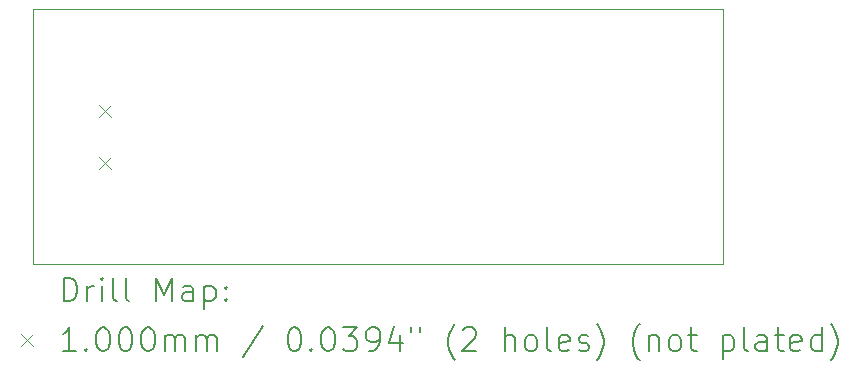
<source format=gbr>
%TF.GenerationSoftware,KiCad,Pcbnew,8.0.3*%
%TF.CreationDate,2024-06-24T13:26:42+02:00*%
%TF.ProjectId,LimbusZero,4c696d62-7573-45a6-9572-6f2e6b696361,v.0.1*%
%TF.SameCoordinates,Original*%
%TF.FileFunction,Drillmap*%
%TF.FilePolarity,Positive*%
%FSLAX45Y45*%
G04 Gerber Fmt 4.5, Leading zero omitted, Abs format (unit mm)*
G04 Created by KiCad (PCBNEW 8.0.3) date 2024-06-24 13:26:42*
%MOMM*%
%LPD*%
G01*
G04 APERTURE LIST*
%ADD10C,0.050000*%
%ADD11C,0.200000*%
%ADD12C,0.100000*%
G04 APERTURE END LIST*
D10*
X8128000Y-6413500D02*
X13970000Y-6413500D01*
X13970000Y-8572500D01*
X8128000Y-8572500D01*
X8128000Y-6413500D01*
D11*
D12*
X8687600Y-7223000D02*
X8787600Y-7323000D01*
X8787600Y-7223000D02*
X8687600Y-7323000D01*
X8687600Y-7663000D02*
X8787600Y-7763000D01*
X8787600Y-7663000D02*
X8687600Y-7763000D01*
D11*
X8386277Y-8886484D02*
X8386277Y-8686484D01*
X8386277Y-8686484D02*
X8433896Y-8686484D01*
X8433896Y-8686484D02*
X8462467Y-8696008D01*
X8462467Y-8696008D02*
X8481515Y-8715055D01*
X8481515Y-8715055D02*
X8491039Y-8734103D01*
X8491039Y-8734103D02*
X8500563Y-8772198D01*
X8500563Y-8772198D02*
X8500563Y-8800770D01*
X8500563Y-8800770D02*
X8491039Y-8838865D01*
X8491039Y-8838865D02*
X8481515Y-8857912D01*
X8481515Y-8857912D02*
X8462467Y-8876960D01*
X8462467Y-8876960D02*
X8433896Y-8886484D01*
X8433896Y-8886484D02*
X8386277Y-8886484D01*
X8586277Y-8886484D02*
X8586277Y-8753150D01*
X8586277Y-8791246D02*
X8595801Y-8772198D01*
X8595801Y-8772198D02*
X8605324Y-8762674D01*
X8605324Y-8762674D02*
X8624372Y-8753150D01*
X8624372Y-8753150D02*
X8643420Y-8753150D01*
X8710086Y-8886484D02*
X8710086Y-8753150D01*
X8710086Y-8686484D02*
X8700563Y-8696008D01*
X8700563Y-8696008D02*
X8710086Y-8705531D01*
X8710086Y-8705531D02*
X8719610Y-8696008D01*
X8719610Y-8696008D02*
X8710086Y-8686484D01*
X8710086Y-8686484D02*
X8710086Y-8705531D01*
X8833896Y-8886484D02*
X8814848Y-8876960D01*
X8814848Y-8876960D02*
X8805324Y-8857912D01*
X8805324Y-8857912D02*
X8805324Y-8686484D01*
X8938658Y-8886484D02*
X8919610Y-8876960D01*
X8919610Y-8876960D02*
X8910086Y-8857912D01*
X8910086Y-8857912D02*
X8910086Y-8686484D01*
X9167229Y-8886484D02*
X9167229Y-8686484D01*
X9167229Y-8686484D02*
X9233896Y-8829341D01*
X9233896Y-8829341D02*
X9300563Y-8686484D01*
X9300563Y-8686484D02*
X9300563Y-8886484D01*
X9481515Y-8886484D02*
X9481515Y-8781722D01*
X9481515Y-8781722D02*
X9471991Y-8762674D01*
X9471991Y-8762674D02*
X9452944Y-8753150D01*
X9452944Y-8753150D02*
X9414848Y-8753150D01*
X9414848Y-8753150D02*
X9395801Y-8762674D01*
X9481515Y-8876960D02*
X9462467Y-8886484D01*
X9462467Y-8886484D02*
X9414848Y-8886484D01*
X9414848Y-8886484D02*
X9395801Y-8876960D01*
X9395801Y-8876960D02*
X9386277Y-8857912D01*
X9386277Y-8857912D02*
X9386277Y-8838865D01*
X9386277Y-8838865D02*
X9395801Y-8819817D01*
X9395801Y-8819817D02*
X9414848Y-8810293D01*
X9414848Y-8810293D02*
X9462467Y-8810293D01*
X9462467Y-8810293D02*
X9481515Y-8800770D01*
X9576753Y-8753150D02*
X9576753Y-8953150D01*
X9576753Y-8762674D02*
X9595801Y-8753150D01*
X9595801Y-8753150D02*
X9633896Y-8753150D01*
X9633896Y-8753150D02*
X9652944Y-8762674D01*
X9652944Y-8762674D02*
X9662467Y-8772198D01*
X9662467Y-8772198D02*
X9671991Y-8791246D01*
X9671991Y-8791246D02*
X9671991Y-8848389D01*
X9671991Y-8848389D02*
X9662467Y-8867436D01*
X9662467Y-8867436D02*
X9652944Y-8876960D01*
X9652944Y-8876960D02*
X9633896Y-8886484D01*
X9633896Y-8886484D02*
X9595801Y-8886484D01*
X9595801Y-8886484D02*
X9576753Y-8876960D01*
X9757705Y-8867436D02*
X9767229Y-8876960D01*
X9767229Y-8876960D02*
X9757705Y-8886484D01*
X9757705Y-8886484D02*
X9748182Y-8876960D01*
X9748182Y-8876960D02*
X9757705Y-8867436D01*
X9757705Y-8867436D02*
X9757705Y-8886484D01*
X9757705Y-8762674D02*
X9767229Y-8772198D01*
X9767229Y-8772198D02*
X9757705Y-8781722D01*
X9757705Y-8781722D02*
X9748182Y-8772198D01*
X9748182Y-8772198D02*
X9757705Y-8762674D01*
X9757705Y-8762674D02*
X9757705Y-8781722D01*
D12*
X8025500Y-9165000D02*
X8125500Y-9265000D01*
X8125500Y-9165000D02*
X8025500Y-9265000D01*
D11*
X8491039Y-9306484D02*
X8376753Y-9306484D01*
X8433896Y-9306484D02*
X8433896Y-9106484D01*
X8433896Y-9106484D02*
X8414848Y-9135055D01*
X8414848Y-9135055D02*
X8395801Y-9154103D01*
X8395801Y-9154103D02*
X8376753Y-9163627D01*
X8576753Y-9287436D02*
X8586277Y-9296960D01*
X8586277Y-9296960D02*
X8576753Y-9306484D01*
X8576753Y-9306484D02*
X8567229Y-9296960D01*
X8567229Y-9296960D02*
X8576753Y-9287436D01*
X8576753Y-9287436D02*
X8576753Y-9306484D01*
X8710086Y-9106484D02*
X8729134Y-9106484D01*
X8729134Y-9106484D02*
X8748182Y-9116008D01*
X8748182Y-9116008D02*
X8757705Y-9125531D01*
X8757705Y-9125531D02*
X8767229Y-9144579D01*
X8767229Y-9144579D02*
X8776753Y-9182674D01*
X8776753Y-9182674D02*
X8776753Y-9230293D01*
X8776753Y-9230293D02*
X8767229Y-9268389D01*
X8767229Y-9268389D02*
X8757705Y-9287436D01*
X8757705Y-9287436D02*
X8748182Y-9296960D01*
X8748182Y-9296960D02*
X8729134Y-9306484D01*
X8729134Y-9306484D02*
X8710086Y-9306484D01*
X8710086Y-9306484D02*
X8691039Y-9296960D01*
X8691039Y-9296960D02*
X8681515Y-9287436D01*
X8681515Y-9287436D02*
X8671991Y-9268389D01*
X8671991Y-9268389D02*
X8662467Y-9230293D01*
X8662467Y-9230293D02*
X8662467Y-9182674D01*
X8662467Y-9182674D02*
X8671991Y-9144579D01*
X8671991Y-9144579D02*
X8681515Y-9125531D01*
X8681515Y-9125531D02*
X8691039Y-9116008D01*
X8691039Y-9116008D02*
X8710086Y-9106484D01*
X8900563Y-9106484D02*
X8919610Y-9106484D01*
X8919610Y-9106484D02*
X8938658Y-9116008D01*
X8938658Y-9116008D02*
X8948182Y-9125531D01*
X8948182Y-9125531D02*
X8957705Y-9144579D01*
X8957705Y-9144579D02*
X8967229Y-9182674D01*
X8967229Y-9182674D02*
X8967229Y-9230293D01*
X8967229Y-9230293D02*
X8957705Y-9268389D01*
X8957705Y-9268389D02*
X8948182Y-9287436D01*
X8948182Y-9287436D02*
X8938658Y-9296960D01*
X8938658Y-9296960D02*
X8919610Y-9306484D01*
X8919610Y-9306484D02*
X8900563Y-9306484D01*
X8900563Y-9306484D02*
X8881515Y-9296960D01*
X8881515Y-9296960D02*
X8871991Y-9287436D01*
X8871991Y-9287436D02*
X8862467Y-9268389D01*
X8862467Y-9268389D02*
X8852944Y-9230293D01*
X8852944Y-9230293D02*
X8852944Y-9182674D01*
X8852944Y-9182674D02*
X8862467Y-9144579D01*
X8862467Y-9144579D02*
X8871991Y-9125531D01*
X8871991Y-9125531D02*
X8881515Y-9116008D01*
X8881515Y-9116008D02*
X8900563Y-9106484D01*
X9091039Y-9106484D02*
X9110086Y-9106484D01*
X9110086Y-9106484D02*
X9129134Y-9116008D01*
X9129134Y-9116008D02*
X9138658Y-9125531D01*
X9138658Y-9125531D02*
X9148182Y-9144579D01*
X9148182Y-9144579D02*
X9157705Y-9182674D01*
X9157705Y-9182674D02*
X9157705Y-9230293D01*
X9157705Y-9230293D02*
X9148182Y-9268389D01*
X9148182Y-9268389D02*
X9138658Y-9287436D01*
X9138658Y-9287436D02*
X9129134Y-9296960D01*
X9129134Y-9296960D02*
X9110086Y-9306484D01*
X9110086Y-9306484D02*
X9091039Y-9306484D01*
X9091039Y-9306484D02*
X9071991Y-9296960D01*
X9071991Y-9296960D02*
X9062467Y-9287436D01*
X9062467Y-9287436D02*
X9052944Y-9268389D01*
X9052944Y-9268389D02*
X9043420Y-9230293D01*
X9043420Y-9230293D02*
X9043420Y-9182674D01*
X9043420Y-9182674D02*
X9052944Y-9144579D01*
X9052944Y-9144579D02*
X9062467Y-9125531D01*
X9062467Y-9125531D02*
X9071991Y-9116008D01*
X9071991Y-9116008D02*
X9091039Y-9106484D01*
X9243420Y-9306484D02*
X9243420Y-9173150D01*
X9243420Y-9192198D02*
X9252944Y-9182674D01*
X9252944Y-9182674D02*
X9271991Y-9173150D01*
X9271991Y-9173150D02*
X9300563Y-9173150D01*
X9300563Y-9173150D02*
X9319610Y-9182674D01*
X9319610Y-9182674D02*
X9329134Y-9201722D01*
X9329134Y-9201722D02*
X9329134Y-9306484D01*
X9329134Y-9201722D02*
X9338658Y-9182674D01*
X9338658Y-9182674D02*
X9357705Y-9173150D01*
X9357705Y-9173150D02*
X9386277Y-9173150D01*
X9386277Y-9173150D02*
X9405325Y-9182674D01*
X9405325Y-9182674D02*
X9414848Y-9201722D01*
X9414848Y-9201722D02*
X9414848Y-9306484D01*
X9510086Y-9306484D02*
X9510086Y-9173150D01*
X9510086Y-9192198D02*
X9519610Y-9182674D01*
X9519610Y-9182674D02*
X9538658Y-9173150D01*
X9538658Y-9173150D02*
X9567229Y-9173150D01*
X9567229Y-9173150D02*
X9586277Y-9182674D01*
X9586277Y-9182674D02*
X9595801Y-9201722D01*
X9595801Y-9201722D02*
X9595801Y-9306484D01*
X9595801Y-9201722D02*
X9605325Y-9182674D01*
X9605325Y-9182674D02*
X9624372Y-9173150D01*
X9624372Y-9173150D02*
X9652944Y-9173150D01*
X9652944Y-9173150D02*
X9671991Y-9182674D01*
X9671991Y-9182674D02*
X9681515Y-9201722D01*
X9681515Y-9201722D02*
X9681515Y-9306484D01*
X10071991Y-9096960D02*
X9900563Y-9354103D01*
X10329134Y-9106484D02*
X10348182Y-9106484D01*
X10348182Y-9106484D02*
X10367229Y-9116008D01*
X10367229Y-9116008D02*
X10376753Y-9125531D01*
X10376753Y-9125531D02*
X10386277Y-9144579D01*
X10386277Y-9144579D02*
X10395801Y-9182674D01*
X10395801Y-9182674D02*
X10395801Y-9230293D01*
X10395801Y-9230293D02*
X10386277Y-9268389D01*
X10386277Y-9268389D02*
X10376753Y-9287436D01*
X10376753Y-9287436D02*
X10367229Y-9296960D01*
X10367229Y-9296960D02*
X10348182Y-9306484D01*
X10348182Y-9306484D02*
X10329134Y-9306484D01*
X10329134Y-9306484D02*
X10310087Y-9296960D01*
X10310087Y-9296960D02*
X10300563Y-9287436D01*
X10300563Y-9287436D02*
X10291039Y-9268389D01*
X10291039Y-9268389D02*
X10281515Y-9230293D01*
X10281515Y-9230293D02*
X10281515Y-9182674D01*
X10281515Y-9182674D02*
X10291039Y-9144579D01*
X10291039Y-9144579D02*
X10300563Y-9125531D01*
X10300563Y-9125531D02*
X10310087Y-9116008D01*
X10310087Y-9116008D02*
X10329134Y-9106484D01*
X10481515Y-9287436D02*
X10491039Y-9296960D01*
X10491039Y-9296960D02*
X10481515Y-9306484D01*
X10481515Y-9306484D02*
X10471991Y-9296960D01*
X10471991Y-9296960D02*
X10481515Y-9287436D01*
X10481515Y-9287436D02*
X10481515Y-9306484D01*
X10614848Y-9106484D02*
X10633896Y-9106484D01*
X10633896Y-9106484D02*
X10652944Y-9116008D01*
X10652944Y-9116008D02*
X10662468Y-9125531D01*
X10662468Y-9125531D02*
X10671991Y-9144579D01*
X10671991Y-9144579D02*
X10681515Y-9182674D01*
X10681515Y-9182674D02*
X10681515Y-9230293D01*
X10681515Y-9230293D02*
X10671991Y-9268389D01*
X10671991Y-9268389D02*
X10662468Y-9287436D01*
X10662468Y-9287436D02*
X10652944Y-9296960D01*
X10652944Y-9296960D02*
X10633896Y-9306484D01*
X10633896Y-9306484D02*
X10614848Y-9306484D01*
X10614848Y-9306484D02*
X10595801Y-9296960D01*
X10595801Y-9296960D02*
X10586277Y-9287436D01*
X10586277Y-9287436D02*
X10576753Y-9268389D01*
X10576753Y-9268389D02*
X10567229Y-9230293D01*
X10567229Y-9230293D02*
X10567229Y-9182674D01*
X10567229Y-9182674D02*
X10576753Y-9144579D01*
X10576753Y-9144579D02*
X10586277Y-9125531D01*
X10586277Y-9125531D02*
X10595801Y-9116008D01*
X10595801Y-9116008D02*
X10614848Y-9106484D01*
X10748182Y-9106484D02*
X10871991Y-9106484D01*
X10871991Y-9106484D02*
X10805325Y-9182674D01*
X10805325Y-9182674D02*
X10833896Y-9182674D01*
X10833896Y-9182674D02*
X10852944Y-9192198D01*
X10852944Y-9192198D02*
X10862468Y-9201722D01*
X10862468Y-9201722D02*
X10871991Y-9220770D01*
X10871991Y-9220770D02*
X10871991Y-9268389D01*
X10871991Y-9268389D02*
X10862468Y-9287436D01*
X10862468Y-9287436D02*
X10852944Y-9296960D01*
X10852944Y-9296960D02*
X10833896Y-9306484D01*
X10833896Y-9306484D02*
X10776753Y-9306484D01*
X10776753Y-9306484D02*
X10757706Y-9296960D01*
X10757706Y-9296960D02*
X10748182Y-9287436D01*
X10967229Y-9306484D02*
X11005325Y-9306484D01*
X11005325Y-9306484D02*
X11024372Y-9296960D01*
X11024372Y-9296960D02*
X11033896Y-9287436D01*
X11033896Y-9287436D02*
X11052944Y-9258865D01*
X11052944Y-9258865D02*
X11062468Y-9220770D01*
X11062468Y-9220770D02*
X11062468Y-9144579D01*
X11062468Y-9144579D02*
X11052944Y-9125531D01*
X11052944Y-9125531D02*
X11043420Y-9116008D01*
X11043420Y-9116008D02*
X11024372Y-9106484D01*
X11024372Y-9106484D02*
X10986277Y-9106484D01*
X10986277Y-9106484D02*
X10967229Y-9116008D01*
X10967229Y-9116008D02*
X10957706Y-9125531D01*
X10957706Y-9125531D02*
X10948182Y-9144579D01*
X10948182Y-9144579D02*
X10948182Y-9192198D01*
X10948182Y-9192198D02*
X10957706Y-9211246D01*
X10957706Y-9211246D02*
X10967229Y-9220770D01*
X10967229Y-9220770D02*
X10986277Y-9230293D01*
X10986277Y-9230293D02*
X11024372Y-9230293D01*
X11024372Y-9230293D02*
X11043420Y-9220770D01*
X11043420Y-9220770D02*
X11052944Y-9211246D01*
X11052944Y-9211246D02*
X11062468Y-9192198D01*
X11233896Y-9173150D02*
X11233896Y-9306484D01*
X11186277Y-9096960D02*
X11138658Y-9239817D01*
X11138658Y-9239817D02*
X11262467Y-9239817D01*
X11329134Y-9106484D02*
X11329134Y-9144579D01*
X11405325Y-9106484D02*
X11405325Y-9144579D01*
X11700563Y-9382674D02*
X11691039Y-9373150D01*
X11691039Y-9373150D02*
X11671991Y-9344579D01*
X11671991Y-9344579D02*
X11662468Y-9325531D01*
X11662468Y-9325531D02*
X11652944Y-9296960D01*
X11652944Y-9296960D02*
X11643420Y-9249341D01*
X11643420Y-9249341D02*
X11643420Y-9211246D01*
X11643420Y-9211246D02*
X11652944Y-9163627D01*
X11652944Y-9163627D02*
X11662468Y-9135055D01*
X11662468Y-9135055D02*
X11671991Y-9116008D01*
X11671991Y-9116008D02*
X11691039Y-9087436D01*
X11691039Y-9087436D02*
X11700563Y-9077912D01*
X11767229Y-9125531D02*
X11776753Y-9116008D01*
X11776753Y-9116008D02*
X11795801Y-9106484D01*
X11795801Y-9106484D02*
X11843420Y-9106484D01*
X11843420Y-9106484D02*
X11862468Y-9116008D01*
X11862468Y-9116008D02*
X11871991Y-9125531D01*
X11871991Y-9125531D02*
X11881515Y-9144579D01*
X11881515Y-9144579D02*
X11881515Y-9163627D01*
X11881515Y-9163627D02*
X11871991Y-9192198D01*
X11871991Y-9192198D02*
X11757706Y-9306484D01*
X11757706Y-9306484D02*
X11881515Y-9306484D01*
X12119610Y-9306484D02*
X12119610Y-9106484D01*
X12205325Y-9306484D02*
X12205325Y-9201722D01*
X12205325Y-9201722D02*
X12195801Y-9182674D01*
X12195801Y-9182674D02*
X12176753Y-9173150D01*
X12176753Y-9173150D02*
X12148182Y-9173150D01*
X12148182Y-9173150D02*
X12129134Y-9182674D01*
X12129134Y-9182674D02*
X12119610Y-9192198D01*
X12329134Y-9306484D02*
X12310087Y-9296960D01*
X12310087Y-9296960D02*
X12300563Y-9287436D01*
X12300563Y-9287436D02*
X12291039Y-9268389D01*
X12291039Y-9268389D02*
X12291039Y-9211246D01*
X12291039Y-9211246D02*
X12300563Y-9192198D01*
X12300563Y-9192198D02*
X12310087Y-9182674D01*
X12310087Y-9182674D02*
X12329134Y-9173150D01*
X12329134Y-9173150D02*
X12357706Y-9173150D01*
X12357706Y-9173150D02*
X12376753Y-9182674D01*
X12376753Y-9182674D02*
X12386277Y-9192198D01*
X12386277Y-9192198D02*
X12395801Y-9211246D01*
X12395801Y-9211246D02*
X12395801Y-9268389D01*
X12395801Y-9268389D02*
X12386277Y-9287436D01*
X12386277Y-9287436D02*
X12376753Y-9296960D01*
X12376753Y-9296960D02*
X12357706Y-9306484D01*
X12357706Y-9306484D02*
X12329134Y-9306484D01*
X12510087Y-9306484D02*
X12491039Y-9296960D01*
X12491039Y-9296960D02*
X12481515Y-9277912D01*
X12481515Y-9277912D02*
X12481515Y-9106484D01*
X12662468Y-9296960D02*
X12643420Y-9306484D01*
X12643420Y-9306484D02*
X12605325Y-9306484D01*
X12605325Y-9306484D02*
X12586277Y-9296960D01*
X12586277Y-9296960D02*
X12576753Y-9277912D01*
X12576753Y-9277912D02*
X12576753Y-9201722D01*
X12576753Y-9201722D02*
X12586277Y-9182674D01*
X12586277Y-9182674D02*
X12605325Y-9173150D01*
X12605325Y-9173150D02*
X12643420Y-9173150D01*
X12643420Y-9173150D02*
X12662468Y-9182674D01*
X12662468Y-9182674D02*
X12671991Y-9201722D01*
X12671991Y-9201722D02*
X12671991Y-9220770D01*
X12671991Y-9220770D02*
X12576753Y-9239817D01*
X12748182Y-9296960D02*
X12767230Y-9306484D01*
X12767230Y-9306484D02*
X12805325Y-9306484D01*
X12805325Y-9306484D02*
X12824372Y-9296960D01*
X12824372Y-9296960D02*
X12833896Y-9277912D01*
X12833896Y-9277912D02*
X12833896Y-9268389D01*
X12833896Y-9268389D02*
X12824372Y-9249341D01*
X12824372Y-9249341D02*
X12805325Y-9239817D01*
X12805325Y-9239817D02*
X12776753Y-9239817D01*
X12776753Y-9239817D02*
X12757706Y-9230293D01*
X12757706Y-9230293D02*
X12748182Y-9211246D01*
X12748182Y-9211246D02*
X12748182Y-9201722D01*
X12748182Y-9201722D02*
X12757706Y-9182674D01*
X12757706Y-9182674D02*
X12776753Y-9173150D01*
X12776753Y-9173150D02*
X12805325Y-9173150D01*
X12805325Y-9173150D02*
X12824372Y-9182674D01*
X12900563Y-9382674D02*
X12910087Y-9373150D01*
X12910087Y-9373150D02*
X12929134Y-9344579D01*
X12929134Y-9344579D02*
X12938658Y-9325531D01*
X12938658Y-9325531D02*
X12948182Y-9296960D01*
X12948182Y-9296960D02*
X12957706Y-9249341D01*
X12957706Y-9249341D02*
X12957706Y-9211246D01*
X12957706Y-9211246D02*
X12948182Y-9163627D01*
X12948182Y-9163627D02*
X12938658Y-9135055D01*
X12938658Y-9135055D02*
X12929134Y-9116008D01*
X12929134Y-9116008D02*
X12910087Y-9087436D01*
X12910087Y-9087436D02*
X12900563Y-9077912D01*
X13262468Y-9382674D02*
X13252944Y-9373150D01*
X13252944Y-9373150D02*
X13233896Y-9344579D01*
X13233896Y-9344579D02*
X13224372Y-9325531D01*
X13224372Y-9325531D02*
X13214849Y-9296960D01*
X13214849Y-9296960D02*
X13205325Y-9249341D01*
X13205325Y-9249341D02*
X13205325Y-9211246D01*
X13205325Y-9211246D02*
X13214849Y-9163627D01*
X13214849Y-9163627D02*
X13224372Y-9135055D01*
X13224372Y-9135055D02*
X13233896Y-9116008D01*
X13233896Y-9116008D02*
X13252944Y-9087436D01*
X13252944Y-9087436D02*
X13262468Y-9077912D01*
X13338658Y-9173150D02*
X13338658Y-9306484D01*
X13338658Y-9192198D02*
X13348182Y-9182674D01*
X13348182Y-9182674D02*
X13367230Y-9173150D01*
X13367230Y-9173150D02*
X13395801Y-9173150D01*
X13395801Y-9173150D02*
X13414849Y-9182674D01*
X13414849Y-9182674D02*
X13424372Y-9201722D01*
X13424372Y-9201722D02*
X13424372Y-9306484D01*
X13548182Y-9306484D02*
X13529134Y-9296960D01*
X13529134Y-9296960D02*
X13519611Y-9287436D01*
X13519611Y-9287436D02*
X13510087Y-9268389D01*
X13510087Y-9268389D02*
X13510087Y-9211246D01*
X13510087Y-9211246D02*
X13519611Y-9192198D01*
X13519611Y-9192198D02*
X13529134Y-9182674D01*
X13529134Y-9182674D02*
X13548182Y-9173150D01*
X13548182Y-9173150D02*
X13576753Y-9173150D01*
X13576753Y-9173150D02*
X13595801Y-9182674D01*
X13595801Y-9182674D02*
X13605325Y-9192198D01*
X13605325Y-9192198D02*
X13614849Y-9211246D01*
X13614849Y-9211246D02*
X13614849Y-9268389D01*
X13614849Y-9268389D02*
X13605325Y-9287436D01*
X13605325Y-9287436D02*
X13595801Y-9296960D01*
X13595801Y-9296960D02*
X13576753Y-9306484D01*
X13576753Y-9306484D02*
X13548182Y-9306484D01*
X13671992Y-9173150D02*
X13748182Y-9173150D01*
X13700563Y-9106484D02*
X13700563Y-9277912D01*
X13700563Y-9277912D02*
X13710087Y-9296960D01*
X13710087Y-9296960D02*
X13729134Y-9306484D01*
X13729134Y-9306484D02*
X13748182Y-9306484D01*
X13967230Y-9173150D02*
X13967230Y-9373150D01*
X13967230Y-9182674D02*
X13986277Y-9173150D01*
X13986277Y-9173150D02*
X14024373Y-9173150D01*
X14024373Y-9173150D02*
X14043420Y-9182674D01*
X14043420Y-9182674D02*
X14052944Y-9192198D01*
X14052944Y-9192198D02*
X14062468Y-9211246D01*
X14062468Y-9211246D02*
X14062468Y-9268389D01*
X14062468Y-9268389D02*
X14052944Y-9287436D01*
X14052944Y-9287436D02*
X14043420Y-9296960D01*
X14043420Y-9296960D02*
X14024373Y-9306484D01*
X14024373Y-9306484D02*
X13986277Y-9306484D01*
X13986277Y-9306484D02*
X13967230Y-9296960D01*
X14176753Y-9306484D02*
X14157706Y-9296960D01*
X14157706Y-9296960D02*
X14148182Y-9277912D01*
X14148182Y-9277912D02*
X14148182Y-9106484D01*
X14338658Y-9306484D02*
X14338658Y-9201722D01*
X14338658Y-9201722D02*
X14329134Y-9182674D01*
X14329134Y-9182674D02*
X14310087Y-9173150D01*
X14310087Y-9173150D02*
X14271992Y-9173150D01*
X14271992Y-9173150D02*
X14252944Y-9182674D01*
X14338658Y-9296960D02*
X14319611Y-9306484D01*
X14319611Y-9306484D02*
X14271992Y-9306484D01*
X14271992Y-9306484D02*
X14252944Y-9296960D01*
X14252944Y-9296960D02*
X14243420Y-9277912D01*
X14243420Y-9277912D02*
X14243420Y-9258865D01*
X14243420Y-9258865D02*
X14252944Y-9239817D01*
X14252944Y-9239817D02*
X14271992Y-9230293D01*
X14271992Y-9230293D02*
X14319611Y-9230293D01*
X14319611Y-9230293D02*
X14338658Y-9220770D01*
X14405325Y-9173150D02*
X14481515Y-9173150D01*
X14433896Y-9106484D02*
X14433896Y-9277912D01*
X14433896Y-9277912D02*
X14443420Y-9296960D01*
X14443420Y-9296960D02*
X14462468Y-9306484D01*
X14462468Y-9306484D02*
X14481515Y-9306484D01*
X14624373Y-9296960D02*
X14605325Y-9306484D01*
X14605325Y-9306484D02*
X14567230Y-9306484D01*
X14567230Y-9306484D02*
X14548182Y-9296960D01*
X14548182Y-9296960D02*
X14538658Y-9277912D01*
X14538658Y-9277912D02*
X14538658Y-9201722D01*
X14538658Y-9201722D02*
X14548182Y-9182674D01*
X14548182Y-9182674D02*
X14567230Y-9173150D01*
X14567230Y-9173150D02*
X14605325Y-9173150D01*
X14605325Y-9173150D02*
X14624373Y-9182674D01*
X14624373Y-9182674D02*
X14633896Y-9201722D01*
X14633896Y-9201722D02*
X14633896Y-9220770D01*
X14633896Y-9220770D02*
X14538658Y-9239817D01*
X14805325Y-9306484D02*
X14805325Y-9106484D01*
X14805325Y-9296960D02*
X14786277Y-9306484D01*
X14786277Y-9306484D02*
X14748182Y-9306484D01*
X14748182Y-9306484D02*
X14729134Y-9296960D01*
X14729134Y-9296960D02*
X14719611Y-9287436D01*
X14719611Y-9287436D02*
X14710087Y-9268389D01*
X14710087Y-9268389D02*
X14710087Y-9211246D01*
X14710087Y-9211246D02*
X14719611Y-9192198D01*
X14719611Y-9192198D02*
X14729134Y-9182674D01*
X14729134Y-9182674D02*
X14748182Y-9173150D01*
X14748182Y-9173150D02*
X14786277Y-9173150D01*
X14786277Y-9173150D02*
X14805325Y-9182674D01*
X14881515Y-9382674D02*
X14891039Y-9373150D01*
X14891039Y-9373150D02*
X14910087Y-9344579D01*
X14910087Y-9344579D02*
X14919611Y-9325531D01*
X14919611Y-9325531D02*
X14929134Y-9296960D01*
X14929134Y-9296960D02*
X14938658Y-9249341D01*
X14938658Y-9249341D02*
X14938658Y-9211246D01*
X14938658Y-9211246D02*
X14929134Y-9163627D01*
X14929134Y-9163627D02*
X14919611Y-9135055D01*
X14919611Y-9135055D02*
X14910087Y-9116008D01*
X14910087Y-9116008D02*
X14891039Y-9087436D01*
X14891039Y-9087436D02*
X14881515Y-9077912D01*
M02*

</source>
